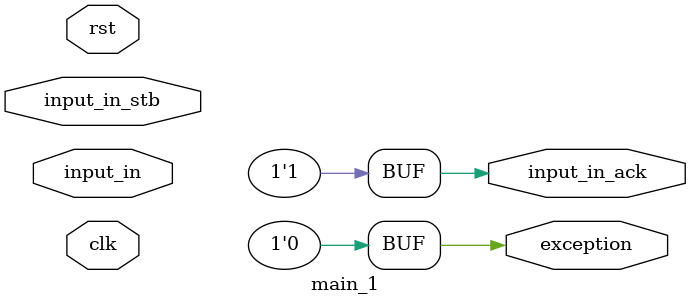
<source format=v>
module main_1 (input_in_ack,clk,rst,input_in,input_in_stb,exception);
  input clk;
  input rst;
  input [31:0] input_in;
  input input_in_stb;
  output input_in_ack;
  output exception;

  assign input_in_ack = 1;
  assign exception = 0;
endmodule
</source>
